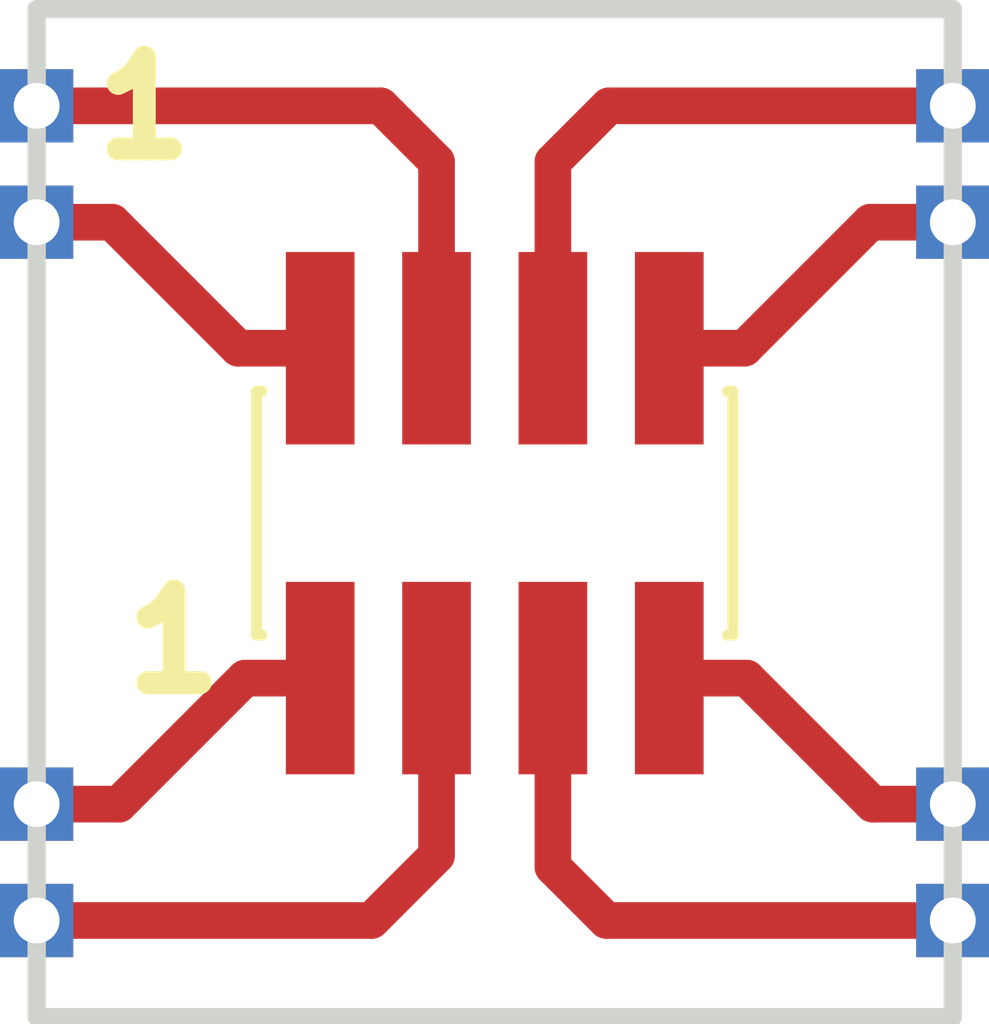
<source format=kicad_pcb>
(kicad_pcb (version 20171130) (host pcbnew "(5.0.0-rc3-dev-2-g101b68b)")

  (general
    (thickness 1.6)
    (drawings 6)
    (tracks 24)
    (zones 0)
    (modules 9)
    (nets 9)
  )

  (page A4)
  (layers
    (0 F.Cu signal)
    (31 B.Cu signal)
    (32 B.Adhes user)
    (33 F.Adhes user)
    (34 B.Paste user)
    (35 F.Paste user)
    (36 B.SilkS user)
    (37 F.SilkS user)
    (38 B.Mask user)
    (39 F.Mask user)
    (40 Dwgs.User user)
    (41 Cmts.User user)
    (42 Eco1.User user)
    (43 Eco2.User user)
    (44 Edge.Cuts user)
    (45 Margin user)
    (46 B.CrtYd user)
    (47 F.CrtYd user)
    (48 B.Fab user hide)
    (49 F.Fab user hide)
  )

  (setup
    (last_trace_width 0.4)
    (trace_clearance 0.2)
    (zone_clearance 0.508)
    (zone_45_only no)
    (trace_min 0.2)
    (segment_width 0.15)
    (edge_width 0.2)
    (via_size 0.6)
    (via_drill 0.3)
    (via_min_size 0.4)
    (via_min_drill 0.3)
    (uvia_size 0.3)
    (uvia_drill 0.1)
    (uvias_allowed no)
    (uvia_min_size 0.2)
    (uvia_min_drill 0.1)
    (pcb_text_width 0.3)
    (pcb_text_size 1.5 1.5)
    (mod_edge_width 0.15)
    (mod_text_size 1 1)
    (mod_text_width 0.15)
    (pad_size 0.8 0.8)
    (pad_drill 0.5)
    (pad_to_mask_clearance 0.2)
    (aux_axis_origin 0 0)
    (visible_elements FFFFFF7F)
    (pcbplotparams
      (layerselection 0x010fc_ffffffff)
      (usegerberextensions true)
      (usegerberattributes false)
      (usegerberadvancedattributes false)
      (creategerberjobfile false)
      (excludeedgelayer true)
      (linewidth 0.100000)
      (plotframeref false)
      (viasonmask false)
      (mode 1)
      (useauxorigin false)
      (hpglpennumber 1)
      (hpglpenspeed 20)
      (hpglpendiameter 15.000000)
      (psnegative false)
      (psa4output false)
      (plotreference true)
      (plotvalue true)
      (plotinvisibletext false)
      (padsonsilk false)
      (subtractmaskfromsilk false)
      (outputformat 1)
      (mirror false)
      (drillshape 0)
      (scaleselection 1)
      (outputdirectory ""))
  )

  (net 0 "")
  (net 1 /VCC)
  (net 2 /~CS)
  (net 3 /IO3_~HOLD)
  (net 4 /IO1_DO)
  (net 5 /CLK)
  (net 6 /IO2_~WP)
  (net 7 /IO0_DI)
  (net 8 GND)

  (net_class Default "This is the default net class."
    (clearance 0.2)
    (trace_width 0.4)
    (via_dia 0.6)
    (via_drill 0.3)
    (uvia_dia 0.3)
    (uvia_drill 0.1)
    (add_net /CLK)
    (add_net /IO0_DI)
    (add_net /IO1_DO)
    (add_net /IO2_~WP)
    (add_net /IO3_~HOLD)
    (add_net /VCC)
    (add_net /~CS)
    (add_net GND)
  )

  (module Connector_PinSocket_1.27mm:PinSocket_2x04_P1.27mm_Vertical_SMD (layer F.Cu) (tedit 5B7CA77A) (tstamp 5B759662)
    (at 100 100 90)
    (descr "surface-mounted straight socket strip, 2x04, 1.27mm pitch, double cols (from Kicad 4.0.7!), script generated")
    (tags "Surface mounted socket strip SMD 2x04 1.27mm double row")
    (path /5B750D49)
    (attr smd)
    (fp_text reference J109 (at 0 -4.04 90) (layer F.Fab)
      (effects (font (size 1 1) (thickness 0.15)))
    )
    (fp_text value Conn_02x04_Odd_Even (at 0 4.04 90) (layer F.Fab)
      (effects (font (size 1 1) (thickness 0.15)))
    )
    (fp_line (start -1.33 -2.6) (end 1.33 -2.6) (layer F.SilkS) (width 0.12))
    (fp_line (start 1.33 -2.6) (end 1.33 -2.54) (layer F.SilkS) (width 0.12))
    (fp_line (start 1.33 2.54) (end 1.33 2.6) (layer F.SilkS) (width 0.12))
    (fp_line (start -1.33 2.6) (end 1.33 2.6) (layer F.SilkS) (width 0.12))
    (fp_line (start -1.33 -2.6) (end -1.33 -2.54) (layer F.SilkS) (width 0.12))
    (fp_line (start -1.33 2.54) (end -1.33 2.6) (layer F.SilkS) (width 0.12))
    (fp_line (start -1.27 -2.54) (end 0.635 -2.54) (layer F.Fab) (width 0.1))
    (fp_line (start 0.635 -2.54) (end 1.27 -1.905) (layer F.Fab) (width 0.1))
    (fp_line (start 1.27 -1.905) (end 1.27 2.54) (layer F.Fab) (width 0.1))
    (fp_line (start 1.27 2.54) (end -1.27 2.54) (layer F.Fab) (width 0.1))
    (fp_line (start -1.27 2.54) (end -1.27 -2.54) (layer F.Fab) (width 0.1))
    (fp_line (start -2.555 -2.105) (end -1.27 -2.105) (layer F.Fab) (width 0.1))
    (fp_line (start -1.27 -1.705) (end -2.555 -1.705) (layer F.Fab) (width 0.1))
    (fp_line (start -2.555 -1.705) (end -2.555 -2.105) (layer F.Fab) (width 0.1))
    (fp_line (start 1.27 -2.105) (end 2.555 -2.105) (layer F.Fab) (width 0.1))
    (fp_line (start 2.555 -2.105) (end 2.555 -1.705) (layer F.Fab) (width 0.1))
    (fp_line (start 2.555 -1.705) (end 1.27 -1.705) (layer F.Fab) (width 0.1))
    (fp_line (start -2.555 -0.835) (end -1.27 -0.835) (layer F.Fab) (width 0.1))
    (fp_line (start -1.27 -0.435) (end -2.555 -0.435) (layer F.Fab) (width 0.1))
    (fp_line (start -2.555 -0.435) (end -2.555 -0.835) (layer F.Fab) (width 0.1))
    (fp_line (start 1.27 -0.835) (end 2.555 -0.835) (layer F.Fab) (width 0.1))
    (fp_line (start 2.555 -0.835) (end 2.555 -0.435) (layer F.Fab) (width 0.1))
    (fp_line (start 2.555 -0.435) (end 1.27 -0.435) (layer F.Fab) (width 0.1))
    (fp_line (start -2.555 0.435) (end -1.27 0.435) (layer F.Fab) (width 0.1))
    (fp_line (start -1.27 0.835) (end -2.555 0.835) (layer F.Fab) (width 0.1))
    (fp_line (start -2.555 0.835) (end -2.555 0.435) (layer F.Fab) (width 0.1))
    (fp_line (start 1.27 0.435) (end 2.555 0.435) (layer F.Fab) (width 0.1))
    (fp_line (start 2.555 0.435) (end 2.555 0.835) (layer F.Fab) (width 0.1))
    (fp_line (start 2.555 0.835) (end 1.27 0.835) (layer F.Fab) (width 0.1))
    (fp_line (start -2.555 1.705) (end -1.27 1.705) (layer F.Fab) (width 0.1))
    (fp_line (start -1.27 2.105) (end -2.555 2.105) (layer F.Fab) (width 0.1))
    (fp_line (start -2.555 2.105) (end -2.555 1.705) (layer F.Fab) (width 0.1))
    (fp_line (start 1.27 1.705) (end 2.555 1.705) (layer F.Fab) (width 0.1))
    (fp_line (start 2.555 1.705) (end 2.555 2.105) (layer F.Fab) (width 0.1))
    (fp_line (start 2.555 2.105) (end 1.27 2.105) (layer F.Fab) (width 0.1))
    (fp_line (start -3.35 -3.05) (end 3.35 -3.05) (layer F.CrtYd) (width 0.05))
    (fp_line (start 3.35 -3.05) (end 3.35 3.05) (layer F.CrtYd) (width 0.05))
    (fp_line (start 3.35 3.05) (end -3.35 3.05) (layer F.CrtYd) (width 0.05))
    (fp_line (start -3.35 3.05) (end -3.35 -3.05) (layer F.CrtYd) (width 0.05))
    (fp_text user %R (at 0 0 180) (layer F.Fab)
      (effects (font (size 1 1) (thickness 0.15)))
    )
    (pad 1 smd rect (at 1.8 -1.905 90) (size 2.1 0.75) (layers F.Cu F.Paste F.Mask)
      (net 1 /VCC))
    (pad 2 smd rect (at -1.8 -1.905 90) (size 2.1 0.75) (layers F.Cu F.Paste F.Mask)
      (net 2 /~CS))
    (pad 3 smd rect (at 1.8 -0.635 90) (size 2.1 0.75) (layers F.Cu F.Paste F.Mask)
      (net 3 /IO3_~HOLD))
    (pad 4 smd rect (at -1.8 -0.635 90) (size 2.1 0.75) (layers F.Cu F.Paste F.Mask)
      (net 4 /IO1_DO))
    (pad 5 smd rect (at 1.8 0.635 90) (size 2.1 0.75) (layers F.Cu F.Paste F.Mask)
      (net 5 /CLK))
    (pad 6 smd rect (at -1.8 0.635 90) (size 2.1 0.75) (layers F.Cu F.Paste F.Mask)
      (net 6 /IO2_~WP))
    (pad 7 smd rect (at 1.8 1.905 90) (size 2.1 0.75) (layers F.Cu F.Paste F.Mask)
      (net 7 /IO0_DI))
    (pad 8 smd rect (at -1.8 1.905 90) (size 2.1 0.75) (layers F.Cu F.Paste F.Mask)
      (net 8 GND))
    (model ${KISYS3DMOD}/Connector_PinSocket_1.27mm.3dshapes/PinSocket_2x04_P1.27mm_Vertical_SMD.wrl
      (at (xyz 0 0 0))
      (scale (xyz 1 1 1))
      (rotate (xyz 0 0 0))
    )
  )

  (module Connector_PinHeader_1.27mm:PinHeader_1x01_P1.27mm_Vertical (layer F.Cu) (tedit 5B752428) (tstamp 5B77D1A8)
    (at 105 104.445)
    (descr "Through hole straight pin header, 1x01, 1.27mm pitch, single row")
    (tags "Through hole pin header THT 1x01 1.27mm single row")
    (path /5B750E8F)
    (fp_text reference J108 (at 0 -1.695) (layer F.Fab)
      (effects (font (size 1 1) (thickness 0.15)))
    )
    (fp_text value Conn_01x01_Female (at 0 1.695) (layer F.Fab)
      (effects (font (size 1 1) (thickness 0.15)))
    )
    (pad 1 thru_hole rect (at 0 0) (size 0.8 0.8) (drill 0.5) (layers *.Cu *.Mask)
      (net 6 /IO2_~WP))
    (model ${KISYS3DMOD}/Connector_PinHeader_1.27mm.3dshapes/PinHeader_1x01_P1.27mm_Vertical.wrl
      (at (xyz 0 0 0))
      (scale (xyz 1 1 1))
      (rotate (xyz 0 0 0))
    )
  )

  (module Connector_PinHeader_1.27mm:PinHeader_1x01_P1.27mm_Vertical (layer F.Cu) (tedit 5B7523CB) (tstamp 5B77D1A0)
    (at 105 103.175)
    (descr "Through hole straight pin header, 1x01, 1.27mm pitch, single row")
    (tags "Through hole pin header THT 1x01 1.27mm single row")
    (path /5B750E8F)
    (fp_text reference J106 (at 0 -1.695) (layer F.Fab)
      (effects (font (size 1 1) (thickness 0.15)))
    )
    (fp_text value Conn_01x01_Female (at 0 1.695) (layer F.Fab)
      (effects (font (size 1 1) (thickness 0.15)))
    )
    (pad 1 thru_hole rect (at 0 0) (size 0.8 0.8) (drill 0.5) (layers *.Cu *.Mask)
      (net 8 GND))
    (model ${KISYS3DMOD}/Connector_PinHeader_1.27mm.3dshapes/PinHeader_1x01_P1.27mm_Vertical.wrl
      (at (xyz 0 0 0))
      (scale (xyz 1 1 1))
      (rotate (xyz 0 0 0))
    )
  )

  (module Connector_PinHeader_1.27mm:PinHeader_1x01_P1.27mm_Vertical (layer F.Cu) (tedit 5B752392) (tstamp 5B77D198)
    (at 95 104.445)
    (descr "Through hole straight pin header, 1x01, 1.27mm pitch, single row")
    (tags "Through hole pin header THT 1x01 1.27mm single row")
    (path /5B750E8F)
    (fp_text reference J107 (at 0 -1.695) (layer F.Fab)
      (effects (font (size 1 1) (thickness 0.15)))
    )
    (fp_text value Conn_01x01_Female (at 0 1.695) (layer F.Fab)
      (effects (font (size 1 1) (thickness 0.15)))
    )
    (pad 1 thru_hole rect (at 0 0) (size 0.8 0.8) (drill 0.5) (layers *.Cu *.Mask)
      (net 4 /IO1_DO))
    (model ${KISYS3DMOD}/Connector_PinHeader_1.27mm.3dshapes/PinHeader_1x01_P1.27mm_Vertical.wrl
      (at (xyz 0 0 0))
      (scale (xyz 1 1 1))
      (rotate (xyz 0 0 0))
    )
  )

  (module Connector_PinHeader_1.27mm:PinHeader_1x01_P1.27mm_Vertical (layer F.Cu) (tedit 5B752360) (tstamp 5B77D190)
    (at 95 103.175)
    (descr "Through hole straight pin header, 1x01, 1.27mm pitch, single row")
    (tags "Through hole pin header THT 1x01 1.27mm single row")
    (path /5B750E8F)
    (fp_text reference J105 (at 0 -1.695) (layer F.Fab)
      (effects (font (size 1 1) (thickness 0.15)))
    )
    (fp_text value Conn_01x01_Female (at 0 1.695) (layer F.Fab)
      (effects (font (size 1 1) (thickness 0.15)))
    )
    (pad 1 thru_hole rect (at 0 0) (size 0.8 0.8) (drill 0.5) (layers *.Cu *.Mask)
      (net 2 /~CS))
    (model ${KISYS3DMOD}/Connector_PinHeader_1.27mm.3dshapes/PinHeader_1x01_P1.27mm_Vertical.wrl
      (at (xyz 0 0 0))
      (scale (xyz 1 1 1))
      (rotate (xyz 0 0 0))
    )
  )

  (module Connector_PinHeader_1.27mm:PinHeader_1x01_P1.27mm_Vertical (layer F.Cu) (tedit 5B752300) (tstamp 5B77D0B6)
    (at 105 96.825)
    (descr "Through hole straight pin header, 1x01, 1.27mm pitch, single row")
    (tags "Through hole pin header THT 1x01 1.27mm single row")
    (path /5B750E8F)
    (fp_text reference J104 (at 0 -1.695) (layer F.Fab)
      (effects (font (size 1 1) (thickness 0.15)))
    )
    (fp_text value Conn_01x01_Female (at 0 1.695) (layer F.Fab)
      (effects (font (size 1 1) (thickness 0.15)))
    )
    (pad 1 thru_hole rect (at 0 0) (size 0.8 0.8) (drill 0.5) (layers *.Cu *.Mask)
      (net 7 /IO0_DI))
    (model ${KISYS3DMOD}/Connector_PinHeader_1.27mm.3dshapes/PinHeader_1x01_P1.27mm_Vertical.wrl
      (at (xyz 0 0 0))
      (scale (xyz 1 1 1))
      (rotate (xyz 0 0 0))
    )
  )

  (module Connector_PinHeader_1.27mm:PinHeader_1x01_P1.27mm_Vertical (layer F.Cu) (tedit 5B75223C) (tstamp 5B77D4FE)
    (at 95 96.825)
    (descr "Through hole straight pin header, 1x01, 1.27mm pitch, single row")
    (tags "Through hole pin header THT 1x01 1.27mm single row")
    (path /5B750E8F)
    (fp_text reference J103 (at 0 -1.695) (layer F.Fab)
      (effects (font (size 1 1) (thickness 0.15)))
    )
    (fp_text value Conn_01x01_Female (at 0 1.695) (layer F.Fab)
      (effects (font (size 1 1) (thickness 0.15)))
    )
    (pad 1 thru_hole rect (at 0 0) (size 0.8 0.8) (drill 0.5) (layers *.Cu *.Mask)
      (net 1 /VCC))
    (model ${KISYS3DMOD}/Connector_PinHeader_1.27mm.3dshapes/PinHeader_1x01_P1.27mm_Vertical.wrl
      (at (xyz 0 0 0))
      (scale (xyz 1 1 1))
      (rotate (xyz 0 0 0))
    )
  )

  (module Connector_PinHeader_1.27mm:PinHeader_1x01_P1.27mm_Vertical (layer F.Cu) (tedit 5B752105) (tstamp 5B77CAC0)
    (at 105 95.555)
    (descr "Through hole straight pin header, 1x01, 1.27mm pitch, single row")
    (tags "Through hole pin header THT 1x01 1.27mm single row")
    (path /5B751D4F)
    (fp_text reference J102 (at 0 -1.695) (layer F.Fab)
      (effects (font (size 1 1) (thickness 0.15)))
    )
    (fp_text value Conn_01x01_Female (at 0 1.695) (layer F.Fab)
      (effects (font (size 1 1) (thickness 0.15)))
    )
    (pad 1 thru_hole rect (at 0 0) (size 0.8 0.8) (drill 0.5) (layers *.Cu *.Mask)
      (net 5 /CLK))
    (model ${KISYS3DMOD}/Connector_PinHeader_1.27mm.3dshapes/PinHeader_1x01_P1.27mm_Vertical.wrl
      (at (xyz 0 0 0))
      (scale (xyz 1 1 1))
      (rotate (xyz 0 0 0))
    )
  )

  (module Connector_PinHeader_1.27mm:PinHeader_1x01_P1.27mm_Vertical (layer F.Cu) (tedit 5B7520A5) (tstamp 5B77C753)
    (at 95 95.555)
    (descr "Through hole straight pin header, 1x01, 1.27mm pitch, single row")
    (tags "Through hole pin header THT 1x01 1.27mm single row")
    (path /5B750E8F)
    (fp_text reference J101 (at 0 -1.695) (layer F.Fab)
      (effects (font (size 1 1) (thickness 0.15)))
    )
    (fp_text value Conn_01x01_Female (at 0 1.695) (layer F.Fab)
      (effects (font (size 1 1) (thickness 0.15)))
    )
    (pad 1 thru_hole rect (at 0 0) (size 0.8 0.8) (drill 0.5) (layers *.Cu *.Mask)
      (net 3 /IO3_~HOLD))
    (model ${KISYS3DMOD}/Connector_PinHeader_1.27mm.3dshapes/PinHeader_1x01_P1.27mm_Vertical.wrl
      (at (xyz 0 0 0))
      (scale (xyz 1 1 1))
      (rotate (xyz 0 0 0))
    )
  )

  (gr_text 1 (at 96.5 101.4) (layer F.SilkS) (tstamp 5B77D721)
    (effects (font (size 1 1) (thickness 0.25)))
  )
  (gr_text 1 (at 96.175 95.575) (layer F.SilkS)
    (effects (font (size 1 1) (thickness 0.25)))
  )
  (gr_line (start 95 105.5) (end 95 94.5) (layer Edge.Cuts) (width 0.2))
  (gr_line (start 105 105.5) (end 95 105.5) (layer Edge.Cuts) (width 0.2))
  (gr_line (start 105 94.5) (end 105 105.5) (layer Edge.Cuts) (width 0.2))
  (gr_line (start 95 94.5) (end 105 94.5) (layer Edge.Cuts) (width 0.2))

  (segment (start 97.2 98.2) (end 98.095 98.2) (width 0.4) (layer F.Cu) (net 1))
  (segment (start 95.825 96.825) (end 97.2 98.2) (width 0.4) (layer F.Cu) (net 1))
  (segment (start 95 96.825) (end 95.825 96.825) (width 0.4) (layer F.Cu) (net 1))
  (segment (start 97.275 101.8) (end 98.095 101.8) (width 0.4) (layer F.Cu) (net 2))
  (segment (start 95.9 103.175) (end 97.275 101.8) (width 0.4) (layer F.Cu) (net 2))
  (segment (start 95 103.175) (end 95.9 103.175) (width 0.4) (layer F.Cu) (net 2))
  (segment (start 95 95.555) (end 98.755 95.555) (width 0.4) (layer F.Cu) (net 3))
  (segment (start 98.755 95.555) (end 99.365 96.165) (width 0.4) (layer F.Cu) (net 3))
  (segment (start 99.365 96.165) (end 99.365 98.2) (width 0.4) (layer F.Cu) (net 3))
  (segment (start 95 104.445) (end 98.655 104.445) (width 0.4) (layer F.Cu) (net 4))
  (segment (start 99.365 103.735) (end 99.365 101.8) (width 0.4) (layer F.Cu) (net 4))
  (segment (start 98.655 104.445) (end 99.365 103.735) (width 0.4) (layer F.Cu) (net 4))
  (segment (start 105 95.555) (end 101.245 95.555) (width 0.4) (layer F.Cu) (net 5))
  (segment (start 101.245 95.555) (end 100.635 96.165) (width 0.4) (layer F.Cu) (net 5))
  (segment (start 100.635 96.165) (end 100.635 98.2) (width 0.4) (layer F.Cu) (net 5))
  (segment (start 100.635 103.86) (end 100.635 101.8) (width 0.4) (layer F.Cu) (net 6))
  (segment (start 101.22 104.445) (end 100.635 103.86) (width 0.4) (layer F.Cu) (net 6))
  (segment (start 105 104.445) (end 101.22 104.445) (width 0.4) (layer F.Cu) (net 6))
  (segment (start 102.725 98.2) (end 101.905 98.2) (width 0.4) (layer F.Cu) (net 7))
  (segment (start 104.1 96.825) (end 102.725 98.2) (width 0.4) (layer F.Cu) (net 7))
  (segment (start 105 96.825) (end 104.1 96.825) (width 0.4) (layer F.Cu) (net 7))
  (segment (start 104.125 103.175) (end 105 103.175) (width 0.4) (layer F.Cu) (net 8))
  (segment (start 102.75 101.8) (end 104.125 103.175) (width 0.4) (layer F.Cu) (net 8))
  (segment (start 101.905 101.8) (end 102.75 101.8) (width 0.4) (layer F.Cu) (net 8))

)

</source>
